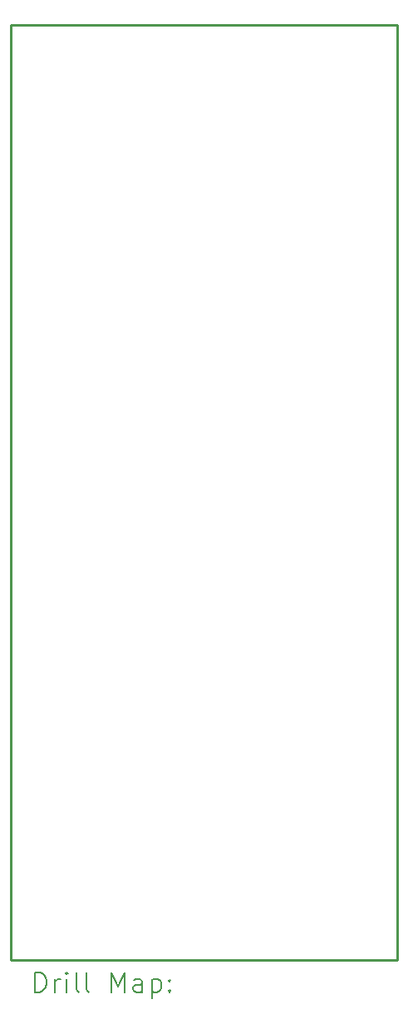
<source format=gbr>
%TF.GenerationSoftware,KiCad,Pcbnew,(6.0.9)*%
%TF.CreationDate,2023-01-12T19:47:36+01:00*%
%TF.ProjectId,vogelhuisje_camera_board,766f6765-6c68-4756-9973-6a655f63616d,rev?*%
%TF.SameCoordinates,Original*%
%TF.FileFunction,Drillmap*%
%TF.FilePolarity,Positive*%
%FSLAX45Y45*%
G04 Gerber Fmt 4.5, Leading zero omitted, Abs format (unit mm)*
G04 Created by KiCad (PCBNEW (6.0.9)) date 2023-01-12 19:47:36*
%MOMM*%
%LPD*%
G01*
G04 APERTURE LIST*
%ADD10C,0.254000*%
%ADD11C,0.200000*%
G04 APERTURE END LIST*
D10*
X9017000Y-5588000D02*
X12954000Y-5588000D01*
X12954000Y-5588000D02*
X12954000Y-15113000D01*
X12954000Y-15113000D02*
X9017000Y-15113000D01*
X9017000Y-15113000D02*
X9017000Y-5588000D01*
D11*
X9261919Y-15436176D02*
X9261919Y-15236176D01*
X9309538Y-15236176D01*
X9338110Y-15245700D01*
X9357157Y-15264748D01*
X9366681Y-15283795D01*
X9376205Y-15321890D01*
X9376205Y-15350462D01*
X9366681Y-15388557D01*
X9357157Y-15407605D01*
X9338110Y-15426652D01*
X9309538Y-15436176D01*
X9261919Y-15436176D01*
X9461919Y-15436176D02*
X9461919Y-15302843D01*
X9461919Y-15340938D02*
X9471443Y-15321890D01*
X9480967Y-15312367D01*
X9500014Y-15302843D01*
X9519062Y-15302843D01*
X9585729Y-15436176D02*
X9585729Y-15302843D01*
X9585729Y-15236176D02*
X9576205Y-15245700D01*
X9585729Y-15255224D01*
X9595252Y-15245700D01*
X9585729Y-15236176D01*
X9585729Y-15255224D01*
X9709538Y-15436176D02*
X9690490Y-15426652D01*
X9680967Y-15407605D01*
X9680967Y-15236176D01*
X9814300Y-15436176D02*
X9795252Y-15426652D01*
X9785729Y-15407605D01*
X9785729Y-15236176D01*
X10042871Y-15436176D02*
X10042871Y-15236176D01*
X10109538Y-15379033D01*
X10176205Y-15236176D01*
X10176205Y-15436176D01*
X10357157Y-15436176D02*
X10357157Y-15331414D01*
X10347633Y-15312367D01*
X10328586Y-15302843D01*
X10290490Y-15302843D01*
X10271443Y-15312367D01*
X10357157Y-15426652D02*
X10338110Y-15436176D01*
X10290490Y-15436176D01*
X10271443Y-15426652D01*
X10261919Y-15407605D01*
X10261919Y-15388557D01*
X10271443Y-15369509D01*
X10290490Y-15359986D01*
X10338110Y-15359986D01*
X10357157Y-15350462D01*
X10452395Y-15302843D02*
X10452395Y-15502843D01*
X10452395Y-15312367D02*
X10471443Y-15302843D01*
X10509538Y-15302843D01*
X10528586Y-15312367D01*
X10538110Y-15321890D01*
X10547633Y-15340938D01*
X10547633Y-15398081D01*
X10538110Y-15417128D01*
X10528586Y-15426652D01*
X10509538Y-15436176D01*
X10471443Y-15436176D01*
X10452395Y-15426652D01*
X10633348Y-15417128D02*
X10642871Y-15426652D01*
X10633348Y-15436176D01*
X10623824Y-15426652D01*
X10633348Y-15417128D01*
X10633348Y-15436176D01*
X10633348Y-15312367D02*
X10642871Y-15321890D01*
X10633348Y-15331414D01*
X10623824Y-15321890D01*
X10633348Y-15312367D01*
X10633348Y-15331414D01*
M02*

</source>
